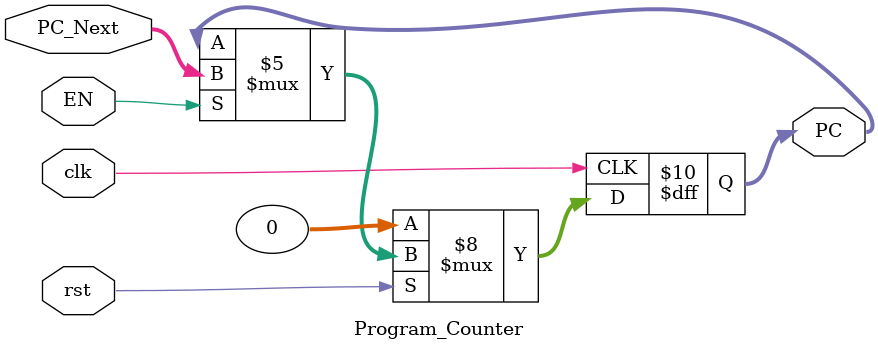
<source format=v>
`timescale 1ns / 1ps


module Program_Counter(
    input [31:0] PC_Next,
    input clk,rst,EN,//using active low reset(inverted)
    
    output reg [31:0] PC
);

always @(posedge clk)
begin
    if(rst == 1'b0)//reset low => acces start of the memory
        begin
            PC <= 32'h00000000;//blocking statement
        end 
     // reset high => access the next instruction value
    else if(EN==1'b1) 
        begin
            PC <= PC_Next;
        end
    else begin
            PC <= PC;
         end
   
end







endmodule








</source>
